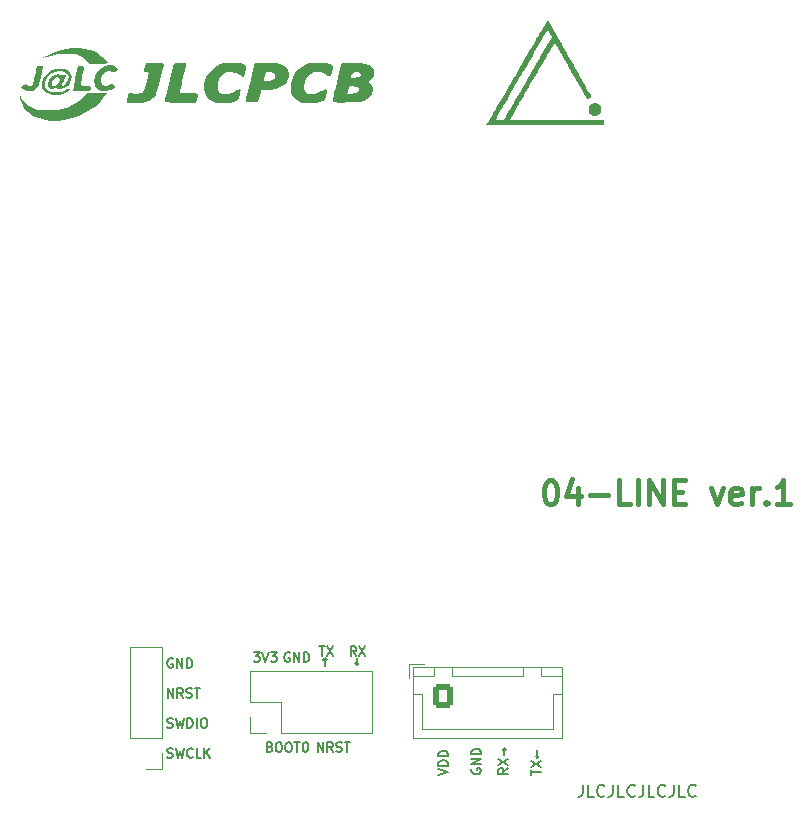
<source format=gbr>
%TF.GenerationSoftware,KiCad,Pcbnew,7.0.9*%
%TF.CreationDate,2024-05-14T12:43:38+09:00*%
%TF.ProjectId,04-line,30342d6c-696e-4652-9e6b-696361645f70,rev?*%
%TF.SameCoordinates,Original*%
%TF.FileFunction,Legend,Top*%
%TF.FilePolarity,Positive*%
%FSLAX46Y46*%
G04 Gerber Fmt 4.6, Leading zero omitted, Abs format (unit mm)*
G04 Created by KiCad (PCBNEW 7.0.9) date 2024-05-14 12:43:38*
%MOMM*%
%LPD*%
G01*
G04 APERTURE LIST*
G04 Aperture macros list*
%AMRoundRect*
0 Rectangle with rounded corners*
0 $1 Rounding radius*
0 $2 $3 $4 $5 $6 $7 $8 $9 X,Y pos of 4 corners*
0 Add a 4 corners polygon primitive as box body*
4,1,4,$2,$3,$4,$5,$6,$7,$8,$9,$2,$3,0*
0 Add four circle primitives for the rounded corners*
1,1,$1+$1,$2,$3*
1,1,$1+$1,$4,$5*
1,1,$1+$1,$6,$7*
1,1,$1+$1,$8,$9*
0 Add four rect primitives between the rounded corners*
20,1,$1+$1,$2,$3,$4,$5,0*
20,1,$1+$1,$4,$5,$6,$7,0*
20,1,$1+$1,$6,$7,$8,$9,0*
20,1,$1+$1,$8,$9,$2,$3,0*%
G04 Aperture macros list end*
%ADD10C,0.150000*%
%ADD11C,0.400000*%
%ADD12C,0.120000*%
%ADD13R,1.700000X1.700000*%
%ADD14O,1.700000X1.700000*%
%ADD15C,3.500000*%
%ADD16RoundRect,0.250000X-0.600000X-0.725000X0.600000X-0.725000X0.600000X0.725000X-0.600000X0.725000X0*%
%ADD17O,1.700000X1.950000*%
%ADD18C,1.524000*%
G04 APERTURE END LIST*
D10*
X67091160Y-149998295D02*
X67091160Y-149198295D01*
X67091160Y-149198295D02*
X67548303Y-149998295D01*
X67548303Y-149998295D02*
X67548303Y-149198295D01*
X68386398Y-149998295D02*
X68119731Y-149617342D01*
X67929255Y-149998295D02*
X67929255Y-149198295D01*
X67929255Y-149198295D02*
X68234017Y-149198295D01*
X68234017Y-149198295D02*
X68310207Y-149236390D01*
X68310207Y-149236390D02*
X68348302Y-149274485D01*
X68348302Y-149274485D02*
X68386398Y-149350676D01*
X68386398Y-149350676D02*
X68386398Y-149464961D01*
X68386398Y-149464961D02*
X68348302Y-149541152D01*
X68348302Y-149541152D02*
X68310207Y-149579247D01*
X68310207Y-149579247D02*
X68234017Y-149617342D01*
X68234017Y-149617342D02*
X67929255Y-149617342D01*
X68691159Y-149960200D02*
X68805445Y-149998295D01*
X68805445Y-149998295D02*
X68995921Y-149998295D01*
X68995921Y-149998295D02*
X69072112Y-149960200D01*
X69072112Y-149960200D02*
X69110207Y-149922104D01*
X69110207Y-149922104D02*
X69148302Y-149845914D01*
X69148302Y-149845914D02*
X69148302Y-149769723D01*
X69148302Y-149769723D02*
X69110207Y-149693533D01*
X69110207Y-149693533D02*
X69072112Y-149655438D01*
X69072112Y-149655438D02*
X68995921Y-149617342D01*
X68995921Y-149617342D02*
X68843540Y-149579247D01*
X68843540Y-149579247D02*
X68767350Y-149541152D01*
X68767350Y-149541152D02*
X68729255Y-149503057D01*
X68729255Y-149503057D02*
X68691159Y-149426866D01*
X68691159Y-149426866D02*
X68691159Y-149350676D01*
X68691159Y-149350676D02*
X68729255Y-149274485D01*
X68729255Y-149274485D02*
X68767350Y-149236390D01*
X68767350Y-149236390D02*
X68843540Y-149198295D01*
X68843540Y-149198295D02*
X69034017Y-149198295D01*
X69034017Y-149198295D02*
X69148302Y-149236390D01*
X69376874Y-149198295D02*
X69834017Y-149198295D01*
X69605445Y-149998295D02*
X69605445Y-149198295D01*
X90026295Y-156543125D02*
X90826295Y-156276458D01*
X90826295Y-156276458D02*
X90026295Y-156009792D01*
X90826295Y-155743125D02*
X90026295Y-155743125D01*
X90026295Y-155743125D02*
X90026295Y-155552649D01*
X90026295Y-155552649D02*
X90064390Y-155438363D01*
X90064390Y-155438363D02*
X90140580Y-155362173D01*
X90140580Y-155362173D02*
X90216771Y-155324078D01*
X90216771Y-155324078D02*
X90369152Y-155285982D01*
X90369152Y-155285982D02*
X90483438Y-155285982D01*
X90483438Y-155285982D02*
X90635819Y-155324078D01*
X90635819Y-155324078D02*
X90712009Y-155362173D01*
X90712009Y-155362173D02*
X90788200Y-155438363D01*
X90788200Y-155438363D02*
X90826295Y-155552649D01*
X90826295Y-155552649D02*
X90826295Y-155743125D01*
X90826295Y-154943125D02*
X90026295Y-154943125D01*
X90026295Y-154943125D02*
X90026295Y-154752649D01*
X90026295Y-154752649D02*
X90064390Y-154638363D01*
X90064390Y-154638363D02*
X90140580Y-154562173D01*
X90140580Y-154562173D02*
X90216771Y-154524078D01*
X90216771Y-154524078D02*
X90369152Y-154485982D01*
X90369152Y-154485982D02*
X90483438Y-154485982D01*
X90483438Y-154485982D02*
X90635819Y-154524078D01*
X90635819Y-154524078D02*
X90712009Y-154562173D01*
X90712009Y-154562173D02*
X90788200Y-154638363D01*
X90788200Y-154638363D02*
X90826295Y-154752649D01*
X90826295Y-154752649D02*
X90826295Y-154943125D01*
X95906295Y-155971696D02*
X95525342Y-156238363D01*
X95906295Y-156428839D02*
X95106295Y-156428839D01*
X95106295Y-156428839D02*
X95106295Y-156124077D01*
X95106295Y-156124077D02*
X95144390Y-156047887D01*
X95144390Y-156047887D02*
X95182485Y-156009792D01*
X95182485Y-156009792D02*
X95258676Y-155971696D01*
X95258676Y-155971696D02*
X95372961Y-155971696D01*
X95372961Y-155971696D02*
X95449152Y-156009792D01*
X95449152Y-156009792D02*
X95487247Y-156047887D01*
X95487247Y-156047887D02*
X95525342Y-156124077D01*
X95525342Y-156124077D02*
X95525342Y-156428839D01*
X95106295Y-155705030D02*
X95906295Y-155171696D01*
X95106295Y-155171696D02*
X95906295Y-155705030D01*
X95601533Y-154866934D02*
X95601533Y-154257411D01*
X95753914Y-154409791D02*
X95601533Y-154257411D01*
X95601533Y-154257411D02*
X95449152Y-154409791D01*
X83042303Y-146452295D02*
X82775636Y-146071342D01*
X82585160Y-146452295D02*
X82585160Y-145652295D01*
X82585160Y-145652295D02*
X82889922Y-145652295D01*
X82889922Y-145652295D02*
X82966112Y-145690390D01*
X82966112Y-145690390D02*
X83004207Y-145728485D01*
X83004207Y-145728485D02*
X83042303Y-145804676D01*
X83042303Y-145804676D02*
X83042303Y-145918961D01*
X83042303Y-145918961D02*
X83004207Y-145995152D01*
X83004207Y-145995152D02*
X82966112Y-146033247D01*
X82966112Y-146033247D02*
X82889922Y-146071342D01*
X82889922Y-146071342D02*
X82585160Y-146071342D01*
X83308969Y-145652295D02*
X83842303Y-146452295D01*
X83842303Y-145652295D02*
X83308969Y-146452295D01*
D11*
X99418299Y-131592438D02*
X99608776Y-131592438D01*
X99608776Y-131592438D02*
X99799252Y-131687676D01*
X99799252Y-131687676D02*
X99894490Y-131782914D01*
X99894490Y-131782914D02*
X99989728Y-131973390D01*
X99989728Y-131973390D02*
X100084966Y-132354342D01*
X100084966Y-132354342D02*
X100084966Y-132830533D01*
X100084966Y-132830533D02*
X99989728Y-133211485D01*
X99989728Y-133211485D02*
X99894490Y-133401961D01*
X99894490Y-133401961D02*
X99799252Y-133497200D01*
X99799252Y-133497200D02*
X99608776Y-133592438D01*
X99608776Y-133592438D02*
X99418299Y-133592438D01*
X99418299Y-133592438D02*
X99227823Y-133497200D01*
X99227823Y-133497200D02*
X99132585Y-133401961D01*
X99132585Y-133401961D02*
X99037347Y-133211485D01*
X99037347Y-133211485D02*
X98942109Y-132830533D01*
X98942109Y-132830533D02*
X98942109Y-132354342D01*
X98942109Y-132354342D02*
X99037347Y-131973390D01*
X99037347Y-131973390D02*
X99132585Y-131782914D01*
X99132585Y-131782914D02*
X99227823Y-131687676D01*
X99227823Y-131687676D02*
X99418299Y-131592438D01*
X101799252Y-132259104D02*
X101799252Y-133592438D01*
X101323061Y-131497200D02*
X100846871Y-132925771D01*
X100846871Y-132925771D02*
X102084966Y-132925771D01*
X102846871Y-132830533D02*
X104370681Y-132830533D01*
X106275442Y-133592438D02*
X105323061Y-133592438D01*
X105323061Y-133592438D02*
X105323061Y-131592438D01*
X106942109Y-133592438D02*
X106942109Y-131592438D01*
X107894490Y-133592438D02*
X107894490Y-131592438D01*
X107894490Y-131592438D02*
X109037347Y-133592438D01*
X109037347Y-133592438D02*
X109037347Y-131592438D01*
X109989728Y-132544819D02*
X110656395Y-132544819D01*
X110942109Y-133592438D02*
X109989728Y-133592438D01*
X109989728Y-133592438D02*
X109989728Y-131592438D01*
X109989728Y-131592438D02*
X110942109Y-131592438D01*
X113132586Y-132259104D02*
X113608776Y-133592438D01*
X113608776Y-133592438D02*
X114084967Y-132259104D01*
X115608777Y-133497200D02*
X115418301Y-133592438D01*
X115418301Y-133592438D02*
X115037348Y-133592438D01*
X115037348Y-133592438D02*
X114846872Y-133497200D01*
X114846872Y-133497200D02*
X114751634Y-133306723D01*
X114751634Y-133306723D02*
X114751634Y-132544819D01*
X114751634Y-132544819D02*
X114846872Y-132354342D01*
X114846872Y-132354342D02*
X115037348Y-132259104D01*
X115037348Y-132259104D02*
X115418301Y-132259104D01*
X115418301Y-132259104D02*
X115608777Y-132354342D01*
X115608777Y-132354342D02*
X115704015Y-132544819D01*
X115704015Y-132544819D02*
X115704015Y-132735295D01*
X115704015Y-132735295D02*
X114751634Y-132925771D01*
X116561158Y-133592438D02*
X116561158Y-132259104D01*
X116561158Y-132640057D02*
X116656396Y-132449580D01*
X116656396Y-132449580D02*
X116751634Y-132354342D01*
X116751634Y-132354342D02*
X116942110Y-132259104D01*
X116942110Y-132259104D02*
X117132587Y-132259104D01*
X117799253Y-133401961D02*
X117894491Y-133497200D01*
X117894491Y-133497200D02*
X117799253Y-133592438D01*
X117799253Y-133592438D02*
X117704015Y-133497200D01*
X117704015Y-133497200D02*
X117799253Y-133401961D01*
X117799253Y-133401961D02*
X117799253Y-133592438D01*
X119799253Y-133592438D02*
X118656396Y-133592438D01*
X119227824Y-133592438D02*
X119227824Y-131592438D01*
X119227824Y-131592438D02*
X119037348Y-131878152D01*
X119037348Y-131878152D02*
X118846872Y-132068628D01*
X118846872Y-132068628D02*
X118656396Y-132163866D01*
D10*
X102222493Y-157365819D02*
X102222493Y-158080104D01*
X102222493Y-158080104D02*
X102174874Y-158222961D01*
X102174874Y-158222961D02*
X102079636Y-158318200D01*
X102079636Y-158318200D02*
X101936779Y-158365819D01*
X101936779Y-158365819D02*
X101841541Y-158365819D01*
X103174874Y-158365819D02*
X102698684Y-158365819D01*
X102698684Y-158365819D02*
X102698684Y-157365819D01*
X104079636Y-158270580D02*
X104032017Y-158318200D01*
X104032017Y-158318200D02*
X103889160Y-158365819D01*
X103889160Y-158365819D02*
X103793922Y-158365819D01*
X103793922Y-158365819D02*
X103651065Y-158318200D01*
X103651065Y-158318200D02*
X103555827Y-158222961D01*
X103555827Y-158222961D02*
X103508208Y-158127723D01*
X103508208Y-158127723D02*
X103460589Y-157937247D01*
X103460589Y-157937247D02*
X103460589Y-157794390D01*
X103460589Y-157794390D02*
X103508208Y-157603914D01*
X103508208Y-157603914D02*
X103555827Y-157508676D01*
X103555827Y-157508676D02*
X103651065Y-157413438D01*
X103651065Y-157413438D02*
X103793922Y-157365819D01*
X103793922Y-157365819D02*
X103889160Y-157365819D01*
X103889160Y-157365819D02*
X104032017Y-157413438D01*
X104032017Y-157413438D02*
X104079636Y-157461057D01*
X104793922Y-157365819D02*
X104793922Y-158080104D01*
X104793922Y-158080104D02*
X104746303Y-158222961D01*
X104746303Y-158222961D02*
X104651065Y-158318200D01*
X104651065Y-158318200D02*
X104508208Y-158365819D01*
X104508208Y-158365819D02*
X104412970Y-158365819D01*
X105746303Y-158365819D02*
X105270113Y-158365819D01*
X105270113Y-158365819D02*
X105270113Y-157365819D01*
X106651065Y-158270580D02*
X106603446Y-158318200D01*
X106603446Y-158318200D02*
X106460589Y-158365819D01*
X106460589Y-158365819D02*
X106365351Y-158365819D01*
X106365351Y-158365819D02*
X106222494Y-158318200D01*
X106222494Y-158318200D02*
X106127256Y-158222961D01*
X106127256Y-158222961D02*
X106079637Y-158127723D01*
X106079637Y-158127723D02*
X106032018Y-157937247D01*
X106032018Y-157937247D02*
X106032018Y-157794390D01*
X106032018Y-157794390D02*
X106079637Y-157603914D01*
X106079637Y-157603914D02*
X106127256Y-157508676D01*
X106127256Y-157508676D02*
X106222494Y-157413438D01*
X106222494Y-157413438D02*
X106365351Y-157365819D01*
X106365351Y-157365819D02*
X106460589Y-157365819D01*
X106460589Y-157365819D02*
X106603446Y-157413438D01*
X106603446Y-157413438D02*
X106651065Y-157461057D01*
X107365351Y-157365819D02*
X107365351Y-158080104D01*
X107365351Y-158080104D02*
X107317732Y-158222961D01*
X107317732Y-158222961D02*
X107222494Y-158318200D01*
X107222494Y-158318200D02*
X107079637Y-158365819D01*
X107079637Y-158365819D02*
X106984399Y-158365819D01*
X108317732Y-158365819D02*
X107841542Y-158365819D01*
X107841542Y-158365819D02*
X107841542Y-157365819D01*
X109222494Y-158270580D02*
X109174875Y-158318200D01*
X109174875Y-158318200D02*
X109032018Y-158365819D01*
X109032018Y-158365819D02*
X108936780Y-158365819D01*
X108936780Y-158365819D02*
X108793923Y-158318200D01*
X108793923Y-158318200D02*
X108698685Y-158222961D01*
X108698685Y-158222961D02*
X108651066Y-158127723D01*
X108651066Y-158127723D02*
X108603447Y-157937247D01*
X108603447Y-157937247D02*
X108603447Y-157794390D01*
X108603447Y-157794390D02*
X108651066Y-157603914D01*
X108651066Y-157603914D02*
X108698685Y-157508676D01*
X108698685Y-157508676D02*
X108793923Y-157413438D01*
X108793923Y-157413438D02*
X108936780Y-157365819D01*
X108936780Y-157365819D02*
X109032018Y-157365819D01*
X109032018Y-157365819D02*
X109174875Y-157413438D01*
X109174875Y-157413438D02*
X109222494Y-157461057D01*
X109936780Y-157365819D02*
X109936780Y-158080104D01*
X109936780Y-158080104D02*
X109889161Y-158222961D01*
X109889161Y-158222961D02*
X109793923Y-158318200D01*
X109793923Y-158318200D02*
X109651066Y-158365819D01*
X109651066Y-158365819D02*
X109555828Y-158365819D01*
X110889161Y-158365819D02*
X110412971Y-158365819D01*
X110412971Y-158365819D02*
X110412971Y-157365819D01*
X111793923Y-158270580D02*
X111746304Y-158318200D01*
X111746304Y-158318200D02*
X111603447Y-158365819D01*
X111603447Y-158365819D02*
X111508209Y-158365819D01*
X111508209Y-158365819D02*
X111365352Y-158318200D01*
X111365352Y-158318200D02*
X111270114Y-158222961D01*
X111270114Y-158222961D02*
X111222495Y-158127723D01*
X111222495Y-158127723D02*
X111174876Y-157937247D01*
X111174876Y-157937247D02*
X111174876Y-157794390D01*
X111174876Y-157794390D02*
X111222495Y-157603914D01*
X111222495Y-157603914D02*
X111270114Y-157508676D01*
X111270114Y-157508676D02*
X111365352Y-157413438D01*
X111365352Y-157413438D02*
X111508209Y-157365819D01*
X111508209Y-157365819D02*
X111603447Y-157365819D01*
X111603447Y-157365819D02*
X111746304Y-157413438D01*
X111746304Y-157413438D02*
X111793923Y-157461057D01*
X67510207Y-146696390D02*
X67434017Y-146658295D01*
X67434017Y-146658295D02*
X67319731Y-146658295D01*
X67319731Y-146658295D02*
X67205445Y-146696390D01*
X67205445Y-146696390D02*
X67129255Y-146772580D01*
X67129255Y-146772580D02*
X67091160Y-146848771D01*
X67091160Y-146848771D02*
X67053064Y-147001152D01*
X67053064Y-147001152D02*
X67053064Y-147115438D01*
X67053064Y-147115438D02*
X67091160Y-147267819D01*
X67091160Y-147267819D02*
X67129255Y-147344009D01*
X67129255Y-147344009D02*
X67205445Y-147420200D01*
X67205445Y-147420200D02*
X67319731Y-147458295D01*
X67319731Y-147458295D02*
X67395922Y-147458295D01*
X67395922Y-147458295D02*
X67510207Y-147420200D01*
X67510207Y-147420200D02*
X67548303Y-147382104D01*
X67548303Y-147382104D02*
X67548303Y-147115438D01*
X67548303Y-147115438D02*
X67395922Y-147115438D01*
X67891160Y-147458295D02*
X67891160Y-146658295D01*
X67891160Y-146658295D02*
X68348303Y-147458295D01*
X68348303Y-147458295D02*
X68348303Y-146658295D01*
X68729255Y-147458295D02*
X68729255Y-146658295D01*
X68729255Y-146658295D02*
X68919731Y-146658295D01*
X68919731Y-146658295D02*
X69034017Y-146696390D01*
X69034017Y-146696390D02*
X69110207Y-146772580D01*
X69110207Y-146772580D02*
X69148302Y-146848771D01*
X69148302Y-146848771D02*
X69186398Y-147001152D01*
X69186398Y-147001152D02*
X69186398Y-147115438D01*
X69186398Y-147115438D02*
X69148302Y-147267819D01*
X69148302Y-147267819D02*
X69110207Y-147344009D01*
X69110207Y-147344009D02*
X69034017Y-147420200D01*
X69034017Y-147420200D02*
X68919731Y-147458295D01*
X68919731Y-147458295D02*
X68729255Y-147458295D01*
X74380969Y-146160295D02*
X74876207Y-146160295D01*
X74876207Y-146160295D02*
X74609541Y-146465057D01*
X74609541Y-146465057D02*
X74723826Y-146465057D01*
X74723826Y-146465057D02*
X74800017Y-146503152D01*
X74800017Y-146503152D02*
X74838112Y-146541247D01*
X74838112Y-146541247D02*
X74876207Y-146617438D01*
X74876207Y-146617438D02*
X74876207Y-146807914D01*
X74876207Y-146807914D02*
X74838112Y-146884104D01*
X74838112Y-146884104D02*
X74800017Y-146922200D01*
X74800017Y-146922200D02*
X74723826Y-146960295D01*
X74723826Y-146960295D02*
X74495255Y-146960295D01*
X74495255Y-146960295D02*
X74419064Y-146922200D01*
X74419064Y-146922200D02*
X74380969Y-146884104D01*
X75104779Y-146160295D02*
X75371446Y-146960295D01*
X75371446Y-146960295D02*
X75638112Y-146160295D01*
X75828588Y-146160295D02*
X76323826Y-146160295D01*
X76323826Y-146160295D02*
X76057160Y-146465057D01*
X76057160Y-146465057D02*
X76171445Y-146465057D01*
X76171445Y-146465057D02*
X76247636Y-146503152D01*
X76247636Y-146503152D02*
X76285731Y-146541247D01*
X76285731Y-146541247D02*
X76323826Y-146617438D01*
X76323826Y-146617438D02*
X76323826Y-146807914D01*
X76323826Y-146807914D02*
X76285731Y-146884104D01*
X76285731Y-146884104D02*
X76247636Y-146922200D01*
X76247636Y-146922200D02*
X76171445Y-146960295D01*
X76171445Y-146960295D02*
X75942874Y-146960295D01*
X75942874Y-146960295D02*
X75866683Y-146922200D01*
X75866683Y-146922200D02*
X75828588Y-146884104D01*
X97900295Y-156543125D02*
X97900295Y-156085982D01*
X98700295Y-156314554D02*
X97900295Y-156314554D01*
X97900295Y-155895506D02*
X98700295Y-155362172D01*
X97900295Y-155362172D02*
X98700295Y-155895506D01*
X98395533Y-154447887D02*
X98395533Y-155057410D01*
X98547914Y-154905029D02*
X98395533Y-155057410D01*
X98395533Y-155057410D02*
X98243152Y-154905029D01*
X67053064Y-155040200D02*
X67167350Y-155078295D01*
X67167350Y-155078295D02*
X67357826Y-155078295D01*
X67357826Y-155078295D02*
X67434017Y-155040200D01*
X67434017Y-155040200D02*
X67472112Y-155002104D01*
X67472112Y-155002104D02*
X67510207Y-154925914D01*
X67510207Y-154925914D02*
X67510207Y-154849723D01*
X67510207Y-154849723D02*
X67472112Y-154773533D01*
X67472112Y-154773533D02*
X67434017Y-154735438D01*
X67434017Y-154735438D02*
X67357826Y-154697342D01*
X67357826Y-154697342D02*
X67205445Y-154659247D01*
X67205445Y-154659247D02*
X67129255Y-154621152D01*
X67129255Y-154621152D02*
X67091160Y-154583057D01*
X67091160Y-154583057D02*
X67053064Y-154506866D01*
X67053064Y-154506866D02*
X67053064Y-154430676D01*
X67053064Y-154430676D02*
X67091160Y-154354485D01*
X67091160Y-154354485D02*
X67129255Y-154316390D01*
X67129255Y-154316390D02*
X67205445Y-154278295D01*
X67205445Y-154278295D02*
X67395922Y-154278295D01*
X67395922Y-154278295D02*
X67510207Y-154316390D01*
X67776874Y-154278295D02*
X67967350Y-155078295D01*
X67967350Y-155078295D02*
X68119731Y-154506866D01*
X68119731Y-154506866D02*
X68272112Y-155078295D01*
X68272112Y-155078295D02*
X68462589Y-154278295D01*
X69224494Y-155002104D02*
X69186398Y-155040200D01*
X69186398Y-155040200D02*
X69072113Y-155078295D01*
X69072113Y-155078295D02*
X68995922Y-155078295D01*
X68995922Y-155078295D02*
X68881636Y-155040200D01*
X68881636Y-155040200D02*
X68805446Y-154964009D01*
X68805446Y-154964009D02*
X68767351Y-154887819D01*
X68767351Y-154887819D02*
X68729255Y-154735438D01*
X68729255Y-154735438D02*
X68729255Y-154621152D01*
X68729255Y-154621152D02*
X68767351Y-154468771D01*
X68767351Y-154468771D02*
X68805446Y-154392580D01*
X68805446Y-154392580D02*
X68881636Y-154316390D01*
X68881636Y-154316390D02*
X68995922Y-154278295D01*
X68995922Y-154278295D02*
X69072113Y-154278295D01*
X69072113Y-154278295D02*
X69186398Y-154316390D01*
X69186398Y-154316390D02*
X69224494Y-154354485D01*
X69948303Y-155078295D02*
X69567351Y-155078295D01*
X69567351Y-155078295D02*
X69567351Y-154278295D01*
X70214970Y-155078295D02*
X70214970Y-154278295D01*
X70672113Y-155078295D02*
X70329255Y-154621152D01*
X70672113Y-154278295D02*
X70214970Y-154735438D01*
X92858390Y-156009792D02*
X92820295Y-156085982D01*
X92820295Y-156085982D02*
X92820295Y-156200268D01*
X92820295Y-156200268D02*
X92858390Y-156314554D01*
X92858390Y-156314554D02*
X92934580Y-156390744D01*
X92934580Y-156390744D02*
X93010771Y-156428839D01*
X93010771Y-156428839D02*
X93163152Y-156466935D01*
X93163152Y-156466935D02*
X93277438Y-156466935D01*
X93277438Y-156466935D02*
X93429819Y-156428839D01*
X93429819Y-156428839D02*
X93506009Y-156390744D01*
X93506009Y-156390744D02*
X93582200Y-156314554D01*
X93582200Y-156314554D02*
X93620295Y-156200268D01*
X93620295Y-156200268D02*
X93620295Y-156124077D01*
X93620295Y-156124077D02*
X93582200Y-156009792D01*
X93582200Y-156009792D02*
X93544104Y-155971696D01*
X93544104Y-155971696D02*
X93277438Y-155971696D01*
X93277438Y-155971696D02*
X93277438Y-156124077D01*
X93620295Y-155628839D02*
X92820295Y-155628839D01*
X92820295Y-155628839D02*
X93620295Y-155171696D01*
X93620295Y-155171696D02*
X92820295Y-155171696D01*
X93620295Y-154790744D02*
X92820295Y-154790744D01*
X92820295Y-154790744D02*
X92820295Y-154600268D01*
X92820295Y-154600268D02*
X92858390Y-154485982D01*
X92858390Y-154485982D02*
X92934580Y-154409792D01*
X92934580Y-154409792D02*
X93010771Y-154371697D01*
X93010771Y-154371697D02*
X93163152Y-154333601D01*
X93163152Y-154333601D02*
X93277438Y-154333601D01*
X93277438Y-154333601D02*
X93429819Y-154371697D01*
X93429819Y-154371697D02*
X93506009Y-154409792D01*
X93506009Y-154409792D02*
X93582200Y-154485982D01*
X93582200Y-154485982D02*
X93620295Y-154600268D01*
X93620295Y-154600268D02*
X93620295Y-154790744D01*
X80432077Y-147273228D02*
X80432077Y-146663704D01*
X80279696Y-146816085D02*
X80432077Y-146663704D01*
X80432077Y-146663704D02*
X80584458Y-146816085D01*
X83143922Y-146604771D02*
X83143922Y-147214295D01*
X83296303Y-147061914D02*
X83143922Y-147214295D01*
X83143922Y-147214295D02*
X82991541Y-147061914D01*
X67053064Y-152500200D02*
X67167350Y-152538295D01*
X67167350Y-152538295D02*
X67357826Y-152538295D01*
X67357826Y-152538295D02*
X67434017Y-152500200D01*
X67434017Y-152500200D02*
X67472112Y-152462104D01*
X67472112Y-152462104D02*
X67510207Y-152385914D01*
X67510207Y-152385914D02*
X67510207Y-152309723D01*
X67510207Y-152309723D02*
X67472112Y-152233533D01*
X67472112Y-152233533D02*
X67434017Y-152195438D01*
X67434017Y-152195438D02*
X67357826Y-152157342D01*
X67357826Y-152157342D02*
X67205445Y-152119247D01*
X67205445Y-152119247D02*
X67129255Y-152081152D01*
X67129255Y-152081152D02*
X67091160Y-152043057D01*
X67091160Y-152043057D02*
X67053064Y-151966866D01*
X67053064Y-151966866D02*
X67053064Y-151890676D01*
X67053064Y-151890676D02*
X67091160Y-151814485D01*
X67091160Y-151814485D02*
X67129255Y-151776390D01*
X67129255Y-151776390D02*
X67205445Y-151738295D01*
X67205445Y-151738295D02*
X67395922Y-151738295D01*
X67395922Y-151738295D02*
X67510207Y-151776390D01*
X67776874Y-151738295D02*
X67967350Y-152538295D01*
X67967350Y-152538295D02*
X68119731Y-151966866D01*
X68119731Y-151966866D02*
X68272112Y-152538295D01*
X68272112Y-152538295D02*
X68462589Y-151738295D01*
X68767351Y-152538295D02*
X68767351Y-151738295D01*
X68767351Y-151738295D02*
X68957827Y-151738295D01*
X68957827Y-151738295D02*
X69072113Y-151776390D01*
X69072113Y-151776390D02*
X69148303Y-151852580D01*
X69148303Y-151852580D02*
X69186398Y-151928771D01*
X69186398Y-151928771D02*
X69224494Y-152081152D01*
X69224494Y-152081152D02*
X69224494Y-152195438D01*
X69224494Y-152195438D02*
X69186398Y-152347819D01*
X69186398Y-152347819D02*
X69148303Y-152424009D01*
X69148303Y-152424009D02*
X69072113Y-152500200D01*
X69072113Y-152500200D02*
X68957827Y-152538295D01*
X68957827Y-152538295D02*
X68767351Y-152538295D01*
X69567351Y-152538295D02*
X69567351Y-151738295D01*
X70100684Y-151738295D02*
X70253065Y-151738295D01*
X70253065Y-151738295D02*
X70329255Y-151776390D01*
X70329255Y-151776390D02*
X70405446Y-151852580D01*
X70405446Y-151852580D02*
X70443541Y-152004961D01*
X70443541Y-152004961D02*
X70443541Y-152271628D01*
X70443541Y-152271628D02*
X70405446Y-152424009D01*
X70405446Y-152424009D02*
X70329255Y-152500200D01*
X70329255Y-152500200D02*
X70253065Y-152538295D01*
X70253065Y-152538295D02*
X70100684Y-152538295D01*
X70100684Y-152538295D02*
X70024493Y-152500200D01*
X70024493Y-152500200D02*
X69948303Y-152424009D01*
X69948303Y-152424009D02*
X69910207Y-152271628D01*
X69910207Y-152271628D02*
X69910207Y-152004961D01*
X69910207Y-152004961D02*
X69948303Y-151852580D01*
X69948303Y-151852580D02*
X70024493Y-151776390D01*
X70024493Y-151776390D02*
X70100684Y-151738295D01*
X77416207Y-146198390D02*
X77340017Y-146160295D01*
X77340017Y-146160295D02*
X77225731Y-146160295D01*
X77225731Y-146160295D02*
X77111445Y-146198390D01*
X77111445Y-146198390D02*
X77035255Y-146274580D01*
X77035255Y-146274580D02*
X76997160Y-146350771D01*
X76997160Y-146350771D02*
X76959064Y-146503152D01*
X76959064Y-146503152D02*
X76959064Y-146617438D01*
X76959064Y-146617438D02*
X76997160Y-146769819D01*
X76997160Y-146769819D02*
X77035255Y-146846009D01*
X77035255Y-146846009D02*
X77111445Y-146922200D01*
X77111445Y-146922200D02*
X77225731Y-146960295D01*
X77225731Y-146960295D02*
X77301922Y-146960295D01*
X77301922Y-146960295D02*
X77416207Y-146922200D01*
X77416207Y-146922200D02*
X77454303Y-146884104D01*
X77454303Y-146884104D02*
X77454303Y-146617438D01*
X77454303Y-146617438D02*
X77301922Y-146617438D01*
X77797160Y-146960295D02*
X77797160Y-146160295D01*
X77797160Y-146160295D02*
X78254303Y-146960295D01*
X78254303Y-146960295D02*
X78254303Y-146160295D01*
X78635255Y-146960295D02*
X78635255Y-146160295D01*
X78635255Y-146160295D02*
X78825731Y-146160295D01*
X78825731Y-146160295D02*
X78940017Y-146198390D01*
X78940017Y-146198390D02*
X79016207Y-146274580D01*
X79016207Y-146274580D02*
X79054302Y-146350771D01*
X79054302Y-146350771D02*
X79092398Y-146503152D01*
X79092398Y-146503152D02*
X79092398Y-146617438D01*
X79092398Y-146617438D02*
X79054302Y-146769819D01*
X79054302Y-146769819D02*
X79016207Y-146846009D01*
X79016207Y-146846009D02*
X78940017Y-146922200D01*
X78940017Y-146922200D02*
X78825731Y-146960295D01*
X78825731Y-146960295D02*
X78635255Y-146960295D01*
X79930874Y-145652295D02*
X80388017Y-145652295D01*
X80159445Y-146452295D02*
X80159445Y-145652295D01*
X80578493Y-145652295D02*
X81111827Y-146452295D01*
X81111827Y-145652295D02*
X80578493Y-146452295D01*
X79791160Y-154580295D02*
X79791160Y-153780295D01*
X79791160Y-153780295D02*
X80248303Y-154580295D01*
X80248303Y-154580295D02*
X80248303Y-153780295D01*
X81086398Y-154580295D02*
X80819731Y-154199342D01*
X80629255Y-154580295D02*
X80629255Y-153780295D01*
X80629255Y-153780295D02*
X80934017Y-153780295D01*
X80934017Y-153780295D02*
X81010207Y-153818390D01*
X81010207Y-153818390D02*
X81048302Y-153856485D01*
X81048302Y-153856485D02*
X81086398Y-153932676D01*
X81086398Y-153932676D02*
X81086398Y-154046961D01*
X81086398Y-154046961D02*
X81048302Y-154123152D01*
X81048302Y-154123152D02*
X81010207Y-154161247D01*
X81010207Y-154161247D02*
X80934017Y-154199342D01*
X80934017Y-154199342D02*
X80629255Y-154199342D01*
X81391159Y-154542200D02*
X81505445Y-154580295D01*
X81505445Y-154580295D02*
X81695921Y-154580295D01*
X81695921Y-154580295D02*
X81772112Y-154542200D01*
X81772112Y-154542200D02*
X81810207Y-154504104D01*
X81810207Y-154504104D02*
X81848302Y-154427914D01*
X81848302Y-154427914D02*
X81848302Y-154351723D01*
X81848302Y-154351723D02*
X81810207Y-154275533D01*
X81810207Y-154275533D02*
X81772112Y-154237438D01*
X81772112Y-154237438D02*
X81695921Y-154199342D01*
X81695921Y-154199342D02*
X81543540Y-154161247D01*
X81543540Y-154161247D02*
X81467350Y-154123152D01*
X81467350Y-154123152D02*
X81429255Y-154085057D01*
X81429255Y-154085057D02*
X81391159Y-154008866D01*
X81391159Y-154008866D02*
X81391159Y-153932676D01*
X81391159Y-153932676D02*
X81429255Y-153856485D01*
X81429255Y-153856485D02*
X81467350Y-153818390D01*
X81467350Y-153818390D02*
X81543540Y-153780295D01*
X81543540Y-153780295D02*
X81734017Y-153780295D01*
X81734017Y-153780295D02*
X81848302Y-153818390D01*
X82076874Y-153780295D02*
X82534017Y-153780295D01*
X82305445Y-154580295D02*
X82305445Y-153780295D01*
X75739826Y-154161247D02*
X75854112Y-154199342D01*
X75854112Y-154199342D02*
X75892207Y-154237438D01*
X75892207Y-154237438D02*
X75930303Y-154313628D01*
X75930303Y-154313628D02*
X75930303Y-154427914D01*
X75930303Y-154427914D02*
X75892207Y-154504104D01*
X75892207Y-154504104D02*
X75854112Y-154542200D01*
X75854112Y-154542200D02*
X75777922Y-154580295D01*
X75777922Y-154580295D02*
X75473160Y-154580295D01*
X75473160Y-154580295D02*
X75473160Y-153780295D01*
X75473160Y-153780295D02*
X75739826Y-153780295D01*
X75739826Y-153780295D02*
X75816017Y-153818390D01*
X75816017Y-153818390D02*
X75854112Y-153856485D01*
X75854112Y-153856485D02*
X75892207Y-153932676D01*
X75892207Y-153932676D02*
X75892207Y-154008866D01*
X75892207Y-154008866D02*
X75854112Y-154085057D01*
X75854112Y-154085057D02*
X75816017Y-154123152D01*
X75816017Y-154123152D02*
X75739826Y-154161247D01*
X75739826Y-154161247D02*
X75473160Y-154161247D01*
X76425541Y-153780295D02*
X76577922Y-153780295D01*
X76577922Y-153780295D02*
X76654112Y-153818390D01*
X76654112Y-153818390D02*
X76730303Y-153894580D01*
X76730303Y-153894580D02*
X76768398Y-154046961D01*
X76768398Y-154046961D02*
X76768398Y-154313628D01*
X76768398Y-154313628D02*
X76730303Y-154466009D01*
X76730303Y-154466009D02*
X76654112Y-154542200D01*
X76654112Y-154542200D02*
X76577922Y-154580295D01*
X76577922Y-154580295D02*
X76425541Y-154580295D01*
X76425541Y-154580295D02*
X76349350Y-154542200D01*
X76349350Y-154542200D02*
X76273160Y-154466009D01*
X76273160Y-154466009D02*
X76235064Y-154313628D01*
X76235064Y-154313628D02*
X76235064Y-154046961D01*
X76235064Y-154046961D02*
X76273160Y-153894580D01*
X76273160Y-153894580D02*
X76349350Y-153818390D01*
X76349350Y-153818390D02*
X76425541Y-153780295D01*
X77263636Y-153780295D02*
X77416017Y-153780295D01*
X77416017Y-153780295D02*
X77492207Y-153818390D01*
X77492207Y-153818390D02*
X77568398Y-153894580D01*
X77568398Y-153894580D02*
X77606493Y-154046961D01*
X77606493Y-154046961D02*
X77606493Y-154313628D01*
X77606493Y-154313628D02*
X77568398Y-154466009D01*
X77568398Y-154466009D02*
X77492207Y-154542200D01*
X77492207Y-154542200D02*
X77416017Y-154580295D01*
X77416017Y-154580295D02*
X77263636Y-154580295D01*
X77263636Y-154580295D02*
X77187445Y-154542200D01*
X77187445Y-154542200D02*
X77111255Y-154466009D01*
X77111255Y-154466009D02*
X77073159Y-154313628D01*
X77073159Y-154313628D02*
X77073159Y-154046961D01*
X77073159Y-154046961D02*
X77111255Y-153894580D01*
X77111255Y-153894580D02*
X77187445Y-153818390D01*
X77187445Y-153818390D02*
X77263636Y-153780295D01*
X77835064Y-153780295D02*
X78292207Y-153780295D01*
X78063635Y-154580295D02*
X78063635Y-153780295D01*
X78711255Y-153780295D02*
X78787445Y-153780295D01*
X78787445Y-153780295D02*
X78863636Y-153818390D01*
X78863636Y-153818390D02*
X78901731Y-153856485D01*
X78901731Y-153856485D02*
X78939826Y-153932676D01*
X78939826Y-153932676D02*
X78977921Y-154085057D01*
X78977921Y-154085057D02*
X78977921Y-154275533D01*
X78977921Y-154275533D02*
X78939826Y-154427914D01*
X78939826Y-154427914D02*
X78901731Y-154504104D01*
X78901731Y-154504104D02*
X78863636Y-154542200D01*
X78863636Y-154542200D02*
X78787445Y-154580295D01*
X78787445Y-154580295D02*
X78711255Y-154580295D01*
X78711255Y-154580295D02*
X78635064Y-154542200D01*
X78635064Y-154542200D02*
X78596969Y-154504104D01*
X78596969Y-154504104D02*
X78558874Y-154427914D01*
X78558874Y-154427914D02*
X78520778Y-154275533D01*
X78520778Y-154275533D02*
X78520778Y-154085057D01*
X78520778Y-154085057D02*
X78558874Y-153932676D01*
X78558874Y-153932676D02*
X78596969Y-153856485D01*
X78596969Y-153856485D02*
X78635064Y-153818390D01*
X78635064Y-153818390D02*
X78711255Y-153780295D01*
D12*
%TO.C,J4*%
X74108000Y-152968000D02*
X74108000Y-151638000D01*
X75438000Y-152968000D02*
X74108000Y-152968000D01*
X76708000Y-152968000D02*
X84388000Y-152968000D01*
X76708000Y-152968000D02*
X76708000Y-150368000D01*
X84388000Y-152968000D02*
X84388000Y-147768000D01*
X74108000Y-150368000D02*
X74108000Y-147768000D01*
X76708000Y-150368000D02*
X74108000Y-150368000D01*
X74108000Y-147768000D02*
X84388000Y-147768000D01*
%TO.C,J1*%
X66608000Y-156006000D02*
X65278000Y-156006000D01*
X66608000Y-154676000D02*
X66608000Y-156006000D01*
X66608000Y-153406000D02*
X66608000Y-145726000D01*
X66608000Y-153406000D02*
X63948000Y-153406000D01*
X66608000Y-145726000D02*
X63948000Y-145726000D01*
X63948000Y-153406000D02*
X63948000Y-145726000D01*
%TO.C,G\u002A\u002A\u002A*%
G36*
X60125869Y-95031480D02*
G01*
X60494734Y-95114634D01*
X60859225Y-95251166D01*
X60994637Y-95313858D01*
X61164853Y-95413679D01*
X61363700Y-95556799D01*
X61569516Y-95724020D01*
X61760636Y-95896142D01*
X61915396Y-96053965D01*
X62012134Y-96178292D01*
X62033728Y-96234741D01*
X62010010Y-96266863D01*
X61928899Y-96289212D01*
X61775463Y-96303242D01*
X61534766Y-96310404D01*
X61237770Y-96312181D01*
X60441813Y-96312181D01*
X60228587Y-96057095D01*
X59977247Y-95811738D01*
X59683425Y-95636508D01*
X59327610Y-95523509D01*
X58890292Y-95464848D01*
X58745199Y-95456863D01*
X58215329Y-95458067D01*
X57716402Y-95511916D01*
X57199428Y-95625131D01*
X56911274Y-95708440D01*
X56684571Y-95773976D01*
X56564312Y-95798396D01*
X56549491Y-95782821D01*
X56639101Y-95728374D01*
X56832136Y-95636179D01*
X57069182Y-95532220D01*
X57599445Y-95321214D01*
X58072601Y-95170463D01*
X58524125Y-95071247D01*
X58989498Y-95014849D01*
X59233955Y-95000175D01*
X59717364Y-94995421D01*
X60125869Y-95031480D01*
G37*
G36*
X56286243Y-96485353D02*
G01*
X56293754Y-96485363D01*
X56470650Y-96499525D01*
X56545539Y-96544096D01*
X56549637Y-96564016D01*
X56535705Y-96699573D01*
X56498310Y-96912978D01*
X56444051Y-97176033D01*
X56379526Y-97460542D01*
X56311335Y-97738306D01*
X56246076Y-97981129D01*
X56190348Y-98160813D01*
X56157572Y-98239290D01*
X55972328Y-98448482D01*
X55717537Y-98586624D01*
X55422456Y-98642392D01*
X55174843Y-98619598D01*
X55027499Y-98562251D01*
X54875504Y-98467821D01*
X54755110Y-98363090D01*
X54702568Y-98274843D01*
X54702364Y-98270515D01*
X54746439Y-98215336D01*
X54855399Y-98132184D01*
X54885164Y-98112779D01*
X55067964Y-97997038D01*
X55224935Y-98113092D01*
X55400874Y-98191267D01*
X55561280Y-98169743D01*
X55679385Y-98052114D01*
X55679386Y-98052113D01*
X55711547Y-97956814D01*
X55757454Y-97775706D01*
X55810470Y-97536622D01*
X55853984Y-97320000D01*
X55915846Y-96996932D01*
X55962839Y-96769957D01*
X56003863Y-96622186D01*
X56047817Y-96536729D01*
X56103598Y-96496697D01*
X56180108Y-96485201D01*
X56286243Y-96485353D01*
G37*
G36*
X59867888Y-96487457D02*
G01*
X59947160Y-96504337D01*
X59993250Y-96551903D01*
X60008089Y-96646053D01*
X59993609Y-96802687D01*
X59951744Y-97037703D01*
X59884425Y-97367000D01*
X59869413Y-97439148D01*
X59814219Y-97705369D01*
X59768745Y-97926495D01*
X59737537Y-98080293D01*
X59725140Y-98144530D01*
X59725095Y-98145022D01*
X59777897Y-98151908D01*
X59918029Y-98157007D01*
X60117370Y-98159387D01*
X60159403Y-98159454D01*
X60410753Y-98167029D01*
X60562376Y-98196894D01*
X60629421Y-98259760D01*
X60627032Y-98366336D01*
X60594331Y-98466999D01*
X60535676Y-98621272D01*
X59844927Y-98621272D01*
X59574161Y-98617233D01*
X59347693Y-98606235D01*
X59189247Y-98589959D01*
X59122556Y-98570107D01*
X59123226Y-98499446D01*
X59144651Y-98335068D01*
X59183717Y-98096213D01*
X59237309Y-97802124D01*
X59292331Y-97521242D01*
X59357423Y-97197753D01*
X59413753Y-96915842D01*
X59457657Y-96694011D01*
X59485471Y-96550758D01*
X59493728Y-96504453D01*
X59545376Y-96493063D01*
X59676039Y-96486235D01*
X59753500Y-96485363D01*
X59867888Y-96487457D01*
G37*
G36*
X62421363Y-96460267D02*
G01*
X62686396Y-96562962D01*
X62755126Y-96610979D01*
X62907376Y-96730740D01*
X62748646Y-96896419D01*
X62640393Y-96999539D01*
X62564995Y-97026792D01*
X62479957Y-96989789D01*
X62458170Y-96975776D01*
X62240382Y-96895705D01*
X62010250Y-96915458D01*
X61793464Y-97025849D01*
X61615718Y-97217695D01*
X61572476Y-97292435D01*
X61471981Y-97574852D01*
X61468461Y-97827188D01*
X61561416Y-98034145D01*
X61598149Y-98075487D01*
X61776008Y-98192887D01*
X61976058Y-98202953D01*
X62170213Y-98130235D01*
X62329957Y-98059474D01*
X62432685Y-98057389D01*
X62515290Y-98125493D01*
X62530641Y-98145022D01*
X62599596Y-98269162D01*
X62575122Y-98364462D01*
X62448788Y-98461266D01*
X62441582Y-98465548D01*
X62186422Y-98570006D01*
X61884514Y-98626807D01*
X61598656Y-98624751D01*
X61571910Y-98620628D01*
X61280708Y-98520071D01*
X61064560Y-98338840D01*
X60929798Y-98089035D01*
X60882754Y-97782753D01*
X60929758Y-97432096D01*
X60936619Y-97406613D01*
X61068611Y-97107901D01*
X61274232Y-96853577D01*
X61532900Y-96652646D01*
X61824033Y-96514114D01*
X62127048Y-96446986D01*
X62421363Y-96460267D01*
G37*
G36*
X61820514Y-98972743D02*
G01*
X61663741Y-99195630D01*
X61441079Y-99453983D01*
X61181642Y-99717657D01*
X60914542Y-99956512D01*
X60738939Y-100092560D01*
X60199108Y-100425918D01*
X59603564Y-100702438D01*
X58975405Y-100916317D01*
X58337728Y-101061753D01*
X57713631Y-101132946D01*
X57126211Y-101124092D01*
X56809410Y-101079604D01*
X56208718Y-100920489D01*
X55702781Y-100695757D01*
X55291097Y-100405024D01*
X54973159Y-100047908D01*
X54748466Y-99624023D01*
X54694773Y-99469683D01*
X54639010Y-99272977D01*
X54605561Y-99123113D01*
X54601050Y-99050225D01*
X54602205Y-99048552D01*
X54644319Y-99077095D01*
X54721554Y-99181008D01*
X54779735Y-99274611D01*
X55026038Y-99599526D01*
X55359685Y-99875281D01*
X55738721Y-100087393D01*
X55888351Y-100156393D01*
X56014395Y-100204886D01*
X56141875Y-100236447D01*
X56295810Y-100254651D01*
X56501219Y-100263074D01*
X56783124Y-100265293D01*
X56982591Y-100265159D01*
X57444886Y-100256846D01*
X57823805Y-100229237D01*
X58150706Y-100175941D01*
X58456944Y-100090566D01*
X58773876Y-99966721D01*
X59031910Y-99847429D01*
X59337921Y-99676236D01*
X59622262Y-99461911D01*
X59884522Y-99216275D01*
X60304179Y-98794454D01*
X61114490Y-98794454D01*
X61924800Y-98794454D01*
X61820514Y-98972743D01*
G37*
G36*
X68402284Y-96256334D02*
G01*
X68554524Y-96265338D01*
X68635528Y-96286515D01*
X68667396Y-96324913D01*
X68672364Y-96372237D01*
X68659102Y-96454256D01*
X68622702Y-96626981D01*
X68568242Y-96869166D01*
X68500800Y-97159565D01*
X68425454Y-97476929D01*
X68347282Y-97800013D01*
X68271363Y-98107570D01*
X68202774Y-98378352D01*
X68146594Y-98591113D01*
X68117585Y-98693431D01*
X68113999Y-98734600D01*
X68143828Y-98762819D01*
X68224399Y-98780497D01*
X68373035Y-98790048D01*
X68607062Y-98793881D01*
X68843468Y-98794454D01*
X69175933Y-98795946D01*
X69407954Y-98806977D01*
X69554540Y-98837382D01*
X69630701Y-98896994D01*
X69651445Y-98995649D01*
X69631784Y-99143181D01*
X69599938Y-99290090D01*
X69529993Y-99602636D01*
X68204594Y-99602636D01*
X67767056Y-99601489D01*
X67432095Y-99597537D01*
X67186851Y-99590013D01*
X67018462Y-99578149D01*
X66914070Y-99561178D01*
X66860814Y-99538333D01*
X66848142Y-99521714D01*
X66855592Y-99452606D01*
X66887496Y-99289088D01*
X66939660Y-99048596D01*
X67007889Y-98748563D01*
X67087990Y-98406423D01*
X67175768Y-98039612D01*
X67267030Y-97665563D01*
X67357581Y-97301710D01*
X67443227Y-96965489D01*
X67519775Y-96674334D01*
X67583029Y-96445678D01*
X67609827Y-96355477D01*
X67640514Y-96306462D01*
X67710781Y-96276133D01*
X67843354Y-96260293D01*
X68060958Y-96254743D01*
X68156709Y-96254454D01*
X68402284Y-96256334D01*
G37*
G36*
X66510122Y-96268574D02*
G01*
X66685147Y-96278821D01*
X66771369Y-96294232D01*
X66774998Y-96296724D01*
X66778242Y-96367844D01*
X66753232Y-96530308D01*
X66704980Y-96764903D01*
X66638500Y-97052415D01*
X66558804Y-97373631D01*
X66470907Y-97709338D01*
X66379822Y-98040323D01*
X66290562Y-98347371D01*
X66208140Y-98611269D01*
X66137570Y-98812805D01*
X66089996Y-98921943D01*
X65865375Y-99219415D01*
X65555269Y-99444075D01*
X65194751Y-99582591D01*
X64986124Y-99619887D01*
X64720470Y-99643998D01*
X64432272Y-99654481D01*
X64156012Y-99650891D01*
X63926171Y-99632782D01*
X63779978Y-99600837D01*
X63698652Y-99560101D01*
X63660738Y-99502639D01*
X63662094Y-99399664D01*
X63698576Y-99222387D01*
X63715381Y-99151949D01*
X63782360Y-98926901D01*
X63857912Y-98802642D01*
X63956611Y-98764664D01*
X64076806Y-98792082D01*
X64283102Y-98839382D01*
X64520990Y-98849459D01*
X64743513Y-98824009D01*
X64903713Y-98764727D01*
X64907576Y-98762086D01*
X65009805Y-98670811D01*
X65097432Y-98541519D01*
X65179092Y-98354808D01*
X65263419Y-98091277D01*
X65349646Y-97768774D01*
X65425937Y-97463763D01*
X65472463Y-97253149D01*
X65487983Y-97119453D01*
X65471254Y-97045198D01*
X65421031Y-97012905D01*
X65336072Y-97005093D01*
X65295319Y-97004909D01*
X65177986Y-96998697D01*
X65116138Y-96964785D01*
X65103156Y-96880256D01*
X65132417Y-96722196D01*
X65170233Y-96571954D01*
X65244966Y-96283318D01*
X65987049Y-96267088D01*
X66269642Y-96264371D01*
X66510122Y-96268574D01*
G37*
G36*
X72943584Y-96237023D02*
G01*
X73278384Y-96284886D01*
X73492591Y-96347173D01*
X73661423Y-96422357D01*
X73745743Y-96488106D01*
X73771127Y-96569780D01*
X73769886Y-96622109D01*
X73741314Y-96818786D01*
X73688671Y-97026671D01*
X73622832Y-97214894D01*
X73554673Y-97352586D01*
X73495069Y-97408875D01*
X73492666Y-97409000D01*
X73401619Y-97377498D01*
X73256487Y-97296514D01*
X73147006Y-97224064D01*
X72830110Y-97065754D01*
X72484335Y-97004696D01*
X72139333Y-97043028D01*
X71905902Y-97134523D01*
X71641598Y-97338687D01*
X71454435Y-97618496D01*
X71353128Y-97956604D01*
X71339980Y-98261197D01*
X71372729Y-98521125D01*
X71443586Y-98690380D01*
X71569275Y-98791746D01*
X71766517Y-98848006D01*
X71771285Y-98848824D01*
X72142776Y-98855626D01*
X72543641Y-98753945D01*
X72976464Y-98543070D01*
X73053961Y-98495965D01*
X73163876Y-98452166D01*
X73240271Y-98490179D01*
X73270000Y-98555988D01*
X73265502Y-98676160D01*
X73224827Y-98873391D01*
X73198416Y-98977321D01*
X73088500Y-99396401D01*
X72684410Y-99525473D01*
X72343705Y-99605121D01*
X71960272Y-99647897D01*
X71573567Y-99652951D01*
X71223047Y-99619434D01*
X70988671Y-99561999D01*
X70666951Y-99392236D01*
X70422294Y-99144424D01*
X70259490Y-98830549D01*
X70183332Y-98462600D01*
X70198611Y-98052565D01*
X70264959Y-97751409D01*
X70455380Y-97292510D01*
X70735926Y-96905055D01*
X71103415Y-96592487D01*
X71549922Y-96360126D01*
X71831493Y-96282667D01*
X72182631Y-96236164D01*
X72565831Y-96220866D01*
X72943584Y-96237023D01*
G37*
G36*
X75917966Y-96260831D02*
G01*
X76289954Y-96282072D01*
X76578980Y-96321339D01*
X76800993Y-96381797D01*
X76971940Y-96466609D01*
X77107771Y-96578938D01*
X77113637Y-96585029D01*
X77296979Y-96835041D01*
X77376998Y-97103535D01*
X77358585Y-97412302D01*
X77327984Y-97540464D01*
X77186637Y-97840604D01*
X76948576Y-98098160D01*
X76626968Y-98305989D01*
X76234978Y-98456950D01*
X75785773Y-98543902D01*
X75443112Y-98562860D01*
X75026814Y-98563545D01*
X74963437Y-98808886D01*
X74905483Y-99030066D01*
X74842236Y-99267067D01*
X74829541Y-99314000D01*
X74759022Y-99573772D01*
X74254749Y-99590465D01*
X73997431Y-99594626D01*
X73835107Y-99584885D01*
X73747887Y-99558837D01*
X73719214Y-99525690D01*
X73718324Y-99477534D01*
X73733967Y-99373309D01*
X73767800Y-99206109D01*
X73821478Y-98969026D01*
X73896656Y-98655154D01*
X73994989Y-98257586D01*
X74118133Y-97769413D01*
X74133202Y-97710424D01*
X75253536Y-97710424D01*
X75283965Y-97786043D01*
X75371605Y-97808460D01*
X75525036Y-97796971D01*
X75540257Y-97795183D01*
X75734079Y-97762592D01*
X75895388Y-97719090D01*
X75944348Y-97698520D01*
X76063635Y-97603091D01*
X76156235Y-97491195D01*
X76216311Y-97324135D01*
X76175358Y-97181747D01*
X76046993Y-97075081D01*
X75844834Y-97015187D01*
X75582499Y-97013113D01*
X75568897Y-97014626D01*
X75466824Y-97040314D01*
X75401791Y-97107789D01*
X75350124Y-97247547D01*
X75329984Y-97322409D01*
X75271736Y-97562311D01*
X75253536Y-97710424D01*
X74133202Y-97710424D01*
X74267744Y-97183730D01*
X74445476Y-96493629D01*
X74451340Y-96470931D01*
X74507269Y-96254454D01*
X75447066Y-96254454D01*
X75917966Y-96260831D01*
G37*
G36*
X79842591Y-96228117D02*
G01*
X80173736Y-96233502D01*
X80418951Y-96249223D01*
X80607563Y-96278833D01*
X80768896Y-96325882D01*
X80823955Y-96346970D01*
X80975637Y-96415247D01*
X81066201Y-96487764D01*
X81101410Y-96588715D01*
X81087031Y-96742294D01*
X81028828Y-96972695D01*
X80998342Y-97078812D01*
X80929277Y-97279811D01*
X80854215Y-97381652D01*
X80751062Y-97390402D01*
X80597719Y-97312126D01*
X80469678Y-97223936D01*
X80288311Y-97110702D01*
X80110334Y-97048164D01*
X79880417Y-97017944D01*
X79841581Y-97015287D01*
X79483855Y-97033835D01*
X79193912Y-97143391D01*
X78962023Y-97349396D01*
X78809081Y-97592679D01*
X78697635Y-97890428D01*
X78651971Y-98186128D01*
X78672292Y-98451982D01*
X78758802Y-98660194D01*
X78800876Y-98710487D01*
X78898488Y-98790600D01*
X79012662Y-98833677D01*
X79181964Y-98850377D01*
X79313472Y-98852181D01*
X79543865Y-98841471D01*
X79739526Y-98800235D01*
X79953323Y-98714818D01*
X80075439Y-98655359D01*
X80336646Y-98538273D01*
X80511650Y-98494076D01*
X80603464Y-98522376D01*
X80619881Y-98584153D01*
X80604129Y-98670431D01*
X80564891Y-98831945D01*
X80513113Y-99024807D01*
X80408372Y-99399478D01*
X80010027Y-99527011D01*
X79676123Y-99605048D01*
X79297977Y-99647389D01*
X78915102Y-99653190D01*
X78567014Y-99621607D01*
X78323207Y-99563057D01*
X78034508Y-99412619D01*
X77788599Y-99193245D01*
X77614333Y-98934069D01*
X77561934Y-98794454D01*
X77527950Y-98590603D01*
X77513850Y-98336389D01*
X77518721Y-98154021D01*
X77607351Y-97685019D01*
X77799467Y-97258834D01*
X78087810Y-96885648D01*
X78465120Y-96575642D01*
X78763050Y-96408840D01*
X78934480Y-96330649D01*
X79076752Y-96278682D01*
X79221043Y-96247720D01*
X79398532Y-96232544D01*
X79640395Y-96227935D01*
X79842591Y-96228117D01*
G37*
G36*
X82561964Y-96259745D02*
G01*
X82858841Y-96264211D01*
X83235538Y-96272481D01*
X83517169Y-96282780D01*
X83724125Y-96297450D01*
X83876796Y-96318836D01*
X83995569Y-96349279D01*
X84100836Y-96391125D01*
X84144534Y-96411978D01*
X84398261Y-96586657D01*
X84550217Y-96813507D01*
X84604800Y-97099333D01*
X84605091Y-97124734D01*
X84593786Y-97278264D01*
X84545576Y-97398691D01*
X84439017Y-97527781D01*
X84356181Y-97609561D01*
X84107272Y-97848058D01*
X84244167Y-97951319D01*
X84409415Y-98138633D01*
X84480528Y-98365345D01*
X84463708Y-98613744D01*
X84365161Y-98866117D01*
X84191089Y-99104752D01*
X83947697Y-99311936D01*
X83724268Y-99435638D01*
X83612517Y-99482192D01*
X83501213Y-99517264D01*
X83371249Y-99542884D01*
X83203518Y-99561083D01*
X82978912Y-99573890D01*
X82678324Y-99583336D01*
X82282648Y-99591451D01*
X82252861Y-99591987D01*
X81842380Y-99597920D01*
X81533964Y-99598634D01*
X81314314Y-99593504D01*
X81170132Y-99581903D01*
X81088120Y-99563206D01*
X81054978Y-99536788D01*
X81054498Y-99535606D01*
X81060681Y-99461536D01*
X81092825Y-99290777D01*
X81147544Y-99038299D01*
X81190636Y-98852181D01*
X82286827Y-98852181D01*
X82594482Y-98852092D01*
X82837348Y-98829837D01*
X83055458Y-98772362D01*
X83104182Y-98751069D01*
X83243275Y-98662138D01*
X83299658Y-98558838D01*
X83306228Y-98479557D01*
X83284270Y-98363139D01*
X83206267Y-98287382D01*
X83054022Y-98244009D01*
X82809340Y-98224746D01*
X82741958Y-98222936D01*
X82581922Y-98227284D01*
X82479138Y-98263764D01*
X82412133Y-98355262D01*
X82359435Y-98524668D01*
X82327632Y-98664568D01*
X82286827Y-98852181D01*
X81190636Y-98852181D01*
X81221454Y-98719077D01*
X81311169Y-98348081D01*
X81413305Y-97940286D01*
X81429569Y-97876551D01*
X81528448Y-97489200D01*
X82642686Y-97489200D01*
X82692651Y-97513216D01*
X82819076Y-97514778D01*
X82986067Y-97498007D01*
X83157728Y-97467025D01*
X83298167Y-97425953D01*
X83333439Y-97409884D01*
X83429158Y-97303082D01*
X83450546Y-97211656D01*
X83417594Y-97104509D01*
X83308868Y-97039220D01*
X83109558Y-97009348D01*
X82977009Y-97005697D01*
X82834598Y-97015579D01*
X82759482Y-97068629D01*
X82709751Y-97197852D01*
X82703127Y-97221386D01*
X82664168Y-97373653D01*
X82643616Y-97477318D01*
X82642686Y-97489200D01*
X81528448Y-97489200D01*
X81533996Y-97467466D01*
X81628425Y-97095928D01*
X81709237Y-96776307D01*
X81772812Y-96522974D01*
X81815531Y-96350299D01*
X81833775Y-96272653D01*
X81834182Y-96269944D01*
X81888837Y-96262977D01*
X82040576Y-96258886D01*
X82271064Y-96257774D01*
X82561964Y-96259745D01*
G37*
G36*
X58446138Y-96786543D02*
G01*
X58612410Y-96848282D01*
X58815267Y-97019582D01*
X58941664Y-97257206D01*
X58974182Y-97466160D01*
X58936038Y-97673931D01*
X58838393Y-97906006D01*
X58706423Y-98108211D01*
X58646280Y-98171684D01*
X58481810Y-98284564D01*
X58280153Y-98373131D01*
X58072354Y-98429958D01*
X57889460Y-98447617D01*
X57762514Y-98418681D01*
X57732949Y-98390207D01*
X57656281Y-98363726D01*
X57589019Y-98390207D01*
X57403205Y-98443431D01*
X57209716Y-98429659D01*
X57059887Y-98353424D01*
X57049266Y-98342522D01*
X56957142Y-98164058D01*
X56954903Y-98001720D01*
X57300091Y-98001720D01*
X57335483Y-98154763D01*
X57430103Y-98219746D01*
X57566613Y-98195026D01*
X57727679Y-98078957D01*
X57760619Y-98045382D01*
X57903151Y-97843124D01*
X57956281Y-97648098D01*
X57923166Y-97501094D01*
X57828004Y-97420046D01*
X57701680Y-97425385D01*
X57564994Y-97500397D01*
X57438746Y-97628371D01*
X57343738Y-97792593D01*
X57300771Y-97976350D01*
X57300091Y-98001720D01*
X56954903Y-98001720D01*
X56954268Y-97955643D01*
X57026605Y-97738914D01*
X57160116Y-97535509D01*
X57340762Y-97367064D01*
X57554505Y-97255216D01*
X57776830Y-97221139D01*
X58007607Y-97227161D01*
X58244444Y-97230402D01*
X58266459Y-97230501D01*
X58379280Y-97230604D01*
X58448427Y-97242270D01*
X58473684Y-97283799D01*
X58454835Y-97373493D01*
X58391665Y-97529653D01*
X58283958Y-97770579D01*
X58259447Y-97825200D01*
X58190495Y-98000993D01*
X58157129Y-98132514D01*
X58164299Y-98187266D01*
X58245583Y-98176425D01*
X58362872Y-98092823D01*
X58491616Y-97961996D01*
X58607263Y-97809482D01*
X58685259Y-97660817D01*
X58693186Y-97637171D01*
X58716569Y-97409017D01*
X58634713Y-97219076D01*
X58444002Y-97060189D01*
X58385614Y-97027931D01*
X58166149Y-96966156D01*
X57888358Y-96961685D01*
X57592189Y-97011228D01*
X57317595Y-97111500D01*
X57307365Y-97116653D01*
X57062058Y-97297091D01*
X56868804Y-97545916D01*
X56749892Y-97828288D01*
X56722819Y-98030233D01*
X56754087Y-98291700D01*
X56854360Y-98482768D01*
X57033340Y-98610510D01*
X57300730Y-98681999D01*
X57647467Y-98704259D01*
X57904150Y-98697520D01*
X58098599Y-98666797D01*
X58283342Y-98600733D01*
X58412474Y-98538853D01*
X58587746Y-98457907D01*
X58720618Y-98410879D01*
X58779389Y-98407237D01*
X58797207Y-98489257D01*
X58722488Y-98586803D01*
X58575159Y-98689283D01*
X58375146Y-98786105D01*
X58142374Y-98866677D01*
X57896769Y-98920408D01*
X57790773Y-98932737D01*
X57549441Y-98939304D01*
X57308981Y-98925567D01*
X57191579Y-98908210D01*
X56868181Y-98797251D01*
X56633113Y-98621067D01*
X56492268Y-98386669D01*
X56451536Y-98101067D01*
X56456438Y-98033516D01*
X56551620Y-97647335D01*
X56748412Y-97315372D01*
X57047235Y-97037054D01*
X57300091Y-96882711D01*
X57550219Y-96794370D01*
X57852629Y-96748160D01*
X58165282Y-96745183D01*
X58446138Y-96786543D01*
G37*
%TO.C,J3*%
X87574000Y-147110000D02*
X87574000Y-148360000D01*
X87864000Y-147400000D02*
X87864000Y-153370000D01*
X87864000Y-153370000D02*
X100484000Y-153370000D01*
X87874000Y-147410000D02*
X87874000Y-148160000D01*
X87874000Y-148160000D02*
X89674000Y-148160000D01*
X87874000Y-149660000D02*
X88624000Y-149660000D01*
X88624000Y-149660000D02*
X88624000Y-152610000D01*
X88624000Y-152610000D02*
X94174000Y-152610000D01*
X88824000Y-147110000D02*
X87574000Y-147110000D01*
X89674000Y-147410000D02*
X87874000Y-147410000D01*
X89674000Y-148160000D02*
X89674000Y-147410000D01*
X91174000Y-147410000D02*
X91174000Y-148160000D01*
X91174000Y-148160000D02*
X97174000Y-148160000D01*
X97174000Y-147410000D02*
X91174000Y-147410000D01*
X97174000Y-148160000D02*
X97174000Y-147410000D01*
X98674000Y-147410000D02*
X98674000Y-148160000D01*
X98674000Y-148160000D02*
X100474000Y-148160000D01*
X99724000Y-149660000D02*
X99724000Y-152610000D01*
X99724000Y-152610000D02*
X94174000Y-152610000D01*
X100474000Y-147410000D02*
X98674000Y-147410000D01*
X100474000Y-148160000D02*
X100474000Y-147410000D01*
X100474000Y-149660000D02*
X99724000Y-149660000D01*
X100484000Y-147400000D02*
X87864000Y-147400000D01*
X100484000Y-153370000D02*
X100484000Y-147400000D01*
%TO.C,G\u002A\u002A\u002A*%
G36*
X103349783Y-99648456D02*
G01*
X103405624Y-99655451D01*
X103454874Y-99669928D01*
X103497057Y-99688082D01*
X103609791Y-99755870D01*
X103699070Y-99843555D01*
X103766318Y-99950755D01*
X103792457Y-100007477D01*
X103807877Y-100054460D01*
X103815321Y-100104435D01*
X103817529Y-100170134D01*
X103817585Y-100188908D01*
X103815782Y-100263726D01*
X103808841Y-100319541D01*
X103794467Y-100368676D01*
X103776140Y-100411312D01*
X103706515Y-100525704D01*
X103616949Y-100617107D01*
X103510205Y-100683637D01*
X103389048Y-100723414D01*
X103302033Y-100734121D01*
X103219986Y-100733497D01*
X103148599Y-100724625D01*
X103122207Y-100717828D01*
X102997727Y-100662387D01*
X102894850Y-100584163D01*
X102812759Y-100482435D01*
X102773293Y-100410142D01*
X102751578Y-100357865D01*
X102739044Y-100308251D01*
X102733425Y-100249045D01*
X102732384Y-100188908D01*
X102733771Y-100117761D01*
X102739761Y-100065283D01*
X102753094Y-100018740D01*
X102776512Y-99965401D01*
X102783650Y-99950755D01*
X102853075Y-99840841D01*
X102942960Y-99753746D01*
X103052911Y-99688082D01*
X103105668Y-99666096D01*
X103155287Y-99653408D01*
X103214135Y-99647712D01*
X103274984Y-99646638D01*
X103349783Y-99648456D01*
G37*
G36*
X99298471Y-92596660D02*
G01*
X99321806Y-92637176D01*
X99359008Y-92702210D01*
X99409264Y-92790331D01*
X99471766Y-92900109D01*
X99545702Y-93030114D01*
X99630263Y-93178913D01*
X99724637Y-93345078D01*
X99828015Y-93527178D01*
X99939585Y-93723782D01*
X100058539Y-93933460D01*
X100184064Y-94154782D01*
X100315351Y-94386316D01*
X100451589Y-94626632D01*
X100591967Y-94874301D01*
X100735677Y-95127891D01*
X100881906Y-95385971D01*
X101029845Y-95647113D01*
X101178683Y-95909884D01*
X101327609Y-96172855D01*
X101475814Y-96434595D01*
X101622487Y-96693673D01*
X101766817Y-96948660D01*
X101907995Y-97198124D01*
X102045208Y-97440636D01*
X102177648Y-97674764D01*
X102304504Y-97899078D01*
X102424965Y-98112148D01*
X102538222Y-98312544D01*
X102643462Y-98498834D01*
X102739877Y-98669588D01*
X102826655Y-98823377D01*
X102902986Y-98958768D01*
X102968061Y-99074333D01*
X102986314Y-99106785D01*
X102975632Y-99117925D01*
X102942193Y-99141066D01*
X102890829Y-99173103D01*
X102826374Y-99210932D01*
X102807636Y-99221577D01*
X102731304Y-99263931D01*
X102677525Y-99291675D01*
X102641987Y-99306555D01*
X102620374Y-99310318D01*
X102608375Y-99304710D01*
X102606913Y-99302856D01*
X102597578Y-99286934D01*
X102573562Y-99245034D01*
X102535661Y-99178559D01*
X102484671Y-99088914D01*
X102421389Y-98977504D01*
X102346610Y-98845733D01*
X102261131Y-98695006D01*
X102165747Y-98526727D01*
X102061256Y-98342302D01*
X101948452Y-98143136D01*
X101828133Y-97930631D01*
X101701094Y-97706194D01*
X101568132Y-97471230D01*
X101430042Y-97227142D01*
X101287621Y-96975335D01*
X101238266Y-96888059D01*
X101094735Y-96634315D01*
X100955344Y-96388043D01*
X100820883Y-96150631D01*
X100692142Y-95923467D01*
X100569908Y-95707937D01*
X100454971Y-95505430D01*
X100348121Y-95317332D01*
X100250145Y-95145031D01*
X100161834Y-94989914D01*
X100083976Y-94853369D01*
X100017361Y-94736783D01*
X99962777Y-94641544D01*
X99921013Y-94569038D01*
X99892859Y-94520653D01*
X99879104Y-94497777D01*
X99877833Y-94496053D01*
X99869525Y-94509413D01*
X99846272Y-94548557D01*
X99808903Y-94612055D01*
X99758248Y-94698478D01*
X99695138Y-94806396D01*
X99620403Y-94934381D01*
X99534873Y-95081002D01*
X99439379Y-95244831D01*
X99334749Y-95424438D01*
X99221816Y-95618394D01*
X99101408Y-95825269D01*
X98974356Y-96043634D01*
X98841491Y-96272060D01*
X98703641Y-96509118D01*
X98561638Y-96753378D01*
X98416312Y-97003410D01*
X98268493Y-97257786D01*
X98119011Y-97515076D01*
X97968696Y-97773850D01*
X97818379Y-98032680D01*
X97668889Y-98290136D01*
X97521057Y-98544789D01*
X97375713Y-98795209D01*
X97233687Y-99039967D01*
X97095810Y-99277633D01*
X96962911Y-99506780D01*
X96835821Y-99725976D01*
X96715370Y-99933792D01*
X96602388Y-100128800D01*
X96497705Y-100309570D01*
X96402152Y-100474673D01*
X96316559Y-100622679D01*
X96241755Y-100752158D01*
X96178571Y-100861683D01*
X96127838Y-100949823D01*
X96090385Y-101015148D01*
X96067042Y-101056230D01*
X96058658Y-101071588D01*
X96073695Y-101072973D01*
X96119183Y-101074307D01*
X96194119Y-101075585D01*
X96297499Y-101076804D01*
X96428319Y-101077961D01*
X96585577Y-101079052D01*
X96768267Y-101080074D01*
X96975387Y-101081022D01*
X97205932Y-101081894D01*
X97458899Y-101082685D01*
X97733285Y-101083393D01*
X98028086Y-101084013D01*
X98342298Y-101084543D01*
X98674917Y-101084978D01*
X99024940Y-101085315D01*
X99391363Y-101085551D01*
X99773183Y-101085682D01*
X100049525Y-101085709D01*
X104045634Y-101085709D01*
X104045634Y-101305895D01*
X104045634Y-101526080D01*
X99060598Y-101526080D01*
X94075562Y-101526080D01*
X94220444Y-101276276D01*
X94239969Y-101242607D01*
X94274625Y-101182842D01*
X94323764Y-101098097D01*
X94330947Y-101085709D01*
X94826181Y-101085709D01*
X95224855Y-101084467D01*
X95331817Y-101083836D01*
X95426419Y-101082702D01*
X95504749Y-101081159D01*
X95562897Y-101079303D01*
X95596950Y-101077229D01*
X95603870Y-101075293D01*
X95585821Y-101054533D01*
X95584210Y-101045071D01*
X95591999Y-101029684D01*
X95614926Y-100988244D01*
X95652328Y-100921898D01*
X95703545Y-100831794D01*
X95767916Y-100719079D01*
X95844780Y-100584901D01*
X95933475Y-100430406D01*
X96033340Y-100256741D01*
X96143714Y-100065055D01*
X96263936Y-99856494D01*
X96393345Y-99632206D01*
X96531280Y-99393337D01*
X96677079Y-99141035D01*
X96830081Y-98876447D01*
X96989625Y-98600721D01*
X97155050Y-98315003D01*
X97325695Y-98020441D01*
X97500898Y-97718182D01*
X97605201Y-97538320D01*
X97782704Y-97232251D01*
X97956037Y-96933310D01*
X98124542Y-96642638D01*
X98287557Y-96361377D01*
X98444421Y-96090668D01*
X98594475Y-95831653D01*
X98737057Y-95585473D01*
X98871507Y-95353269D01*
X98997165Y-95136182D01*
X99113371Y-94935355D01*
X99219463Y-94751928D01*
X99314782Y-94587043D01*
X99398666Y-94441842D01*
X99470455Y-94317465D01*
X99529489Y-94215053D01*
X99575108Y-94135750D01*
X99606650Y-94080695D01*
X99623456Y-94051029D01*
X99626192Y-94045898D01*
X99618679Y-94026853D01*
X99597963Y-93986750D01*
X99566776Y-93930199D01*
X99527851Y-93861808D01*
X99483920Y-93786187D01*
X99437717Y-93707946D01*
X99391973Y-93631693D01*
X99349421Y-93562037D01*
X99312794Y-93503589D01*
X99284825Y-93460958D01*
X99268246Y-93438752D01*
X99265067Y-93436766D01*
X99256292Y-93451319D01*
X99232386Y-93491988D01*
X99193988Y-93557674D01*
X99141736Y-93647275D01*
X99076270Y-93759692D01*
X98998229Y-93893825D01*
X98908251Y-94048572D01*
X98806976Y-94222835D01*
X98695041Y-94415513D01*
X98573087Y-94625505D01*
X98441752Y-94851712D01*
X98301675Y-95093033D01*
X98153495Y-95348369D01*
X97997850Y-95616618D01*
X97835380Y-95896682D01*
X97666724Y-96187458D01*
X97492520Y-96487849D01*
X97313408Y-96796752D01*
X97130026Y-97113069D01*
X97069935Y-97216731D01*
X96885047Y-97535683D01*
X96704103Y-97847825D01*
X96527749Y-98152042D01*
X96356632Y-98447220D01*
X96191398Y-98732242D01*
X96032694Y-99005996D01*
X95881166Y-99267365D01*
X95737460Y-99515235D01*
X95602223Y-99748491D01*
X95476100Y-99966018D01*
X95359739Y-100166702D01*
X95253786Y-100349428D01*
X95158887Y-100513080D01*
X95075688Y-100656545D01*
X95004836Y-100778707D01*
X94946978Y-100878452D01*
X94902759Y-100954664D01*
X94872826Y-101006229D01*
X94857825Y-101032033D01*
X94856326Y-101034594D01*
X94826181Y-101085709D01*
X94330947Y-101085709D01*
X94386741Y-100989487D01*
X94462908Y-100858129D01*
X94551618Y-100705137D01*
X94652224Y-100531629D01*
X94764080Y-100338719D01*
X94886537Y-100127523D01*
X95018950Y-99899158D01*
X95160671Y-99654739D01*
X95311054Y-99395381D01*
X95469451Y-99122201D01*
X95635215Y-98836313D01*
X95807700Y-98538835D01*
X95986258Y-98230882D01*
X96170243Y-97913569D01*
X96359007Y-97588013D01*
X96551904Y-97255329D01*
X96748287Y-96916632D01*
X96818823Y-96794980D01*
X97066928Y-96367160D01*
X97299687Y-95965974D01*
X97517462Y-95590806D01*
X97720614Y-95241037D01*
X97909506Y-94916051D01*
X98084500Y-94615229D01*
X98245958Y-94337956D01*
X98394242Y-94083612D01*
X98529714Y-93851582D01*
X98652737Y-93641247D01*
X98763673Y-93451990D01*
X98862883Y-93283194D01*
X98950730Y-93134242D01*
X99027575Y-93004516D01*
X99093782Y-92893398D01*
X99149711Y-92800272D01*
X99195726Y-92724519D01*
X99232188Y-92665523D01*
X99259459Y-92622667D01*
X99277902Y-92595332D01*
X99287878Y-92582902D01*
X99289812Y-92582091D01*
X99298471Y-92596660D01*
G37*
%TD*%
%LPC*%
D13*
%TO.C,J4*%
X75438000Y-151638000D03*
D14*
X75438000Y-149098000D03*
X77978000Y-151638000D03*
X77978000Y-149098000D03*
X80518000Y-151638000D03*
X80518000Y-149098000D03*
X83058000Y-151638000D03*
X83058000Y-149098000D03*
%TD*%
D15*
%TO.C,REF\u002A\u002A*%
X115400500Y-150000000D03*
%TD*%
%TO.C,REF\u002A\u002A*%
X55400500Y-150000000D03*
%TD*%
%TO.C,REF\u002A\u002A*%
X120400500Y-95000000D03*
%TD*%
D13*
%TO.C,J1*%
X65278000Y-154676000D03*
D14*
X65278000Y-152136000D03*
X65278000Y-149596000D03*
X65278000Y-147056000D03*
%TD*%
D15*
%TO.C,REF\u002A\u002A*%
X50400500Y-95000000D03*
%TD*%
D16*
%TO.C,J3*%
X90424000Y-149860000D03*
D17*
X92924000Y-149860000D03*
X95424000Y-149860000D03*
X97924000Y-149860000D03*
%TD*%
D18*
%TO.C,U2*%
X81590500Y-107950000D03*
X79050500Y-107950000D03*
X81590500Y-112050000D03*
X79050500Y-112050000D03*
%TD*%
%TO.C,U15*%
X106990500Y-107950000D03*
X104450500Y-107950000D03*
X106990500Y-112050000D03*
X104450500Y-112050000D03*
%TD*%
%TO.C,U14*%
X101910500Y-107950000D03*
X99370500Y-107950000D03*
X101910500Y-112050000D03*
X99370500Y-112050000D03*
%TD*%
%TO.C,U7*%
X56190500Y-107950000D03*
X53650500Y-107950000D03*
X56190500Y-112050000D03*
X53650500Y-112050000D03*
%TD*%
%TO.C,U4*%
X71430500Y-107950000D03*
X68890500Y-107950000D03*
X71430500Y-112050000D03*
X68890500Y-112050000D03*
%TD*%
%TO.C,U5*%
X66350500Y-107950000D03*
X63810500Y-107950000D03*
X66350500Y-112050000D03*
X63810500Y-112050000D03*
%TD*%
%TO.C,U16*%
X112070500Y-107950000D03*
X109530500Y-107950000D03*
X112070500Y-112050000D03*
X109530500Y-112050000D03*
%TD*%
%TO.C,U17*%
X117150500Y-107950000D03*
X114610500Y-107950000D03*
X117150500Y-112050000D03*
X114610500Y-112050000D03*
%TD*%
%TO.C,U8*%
X51110500Y-107950000D03*
X48570500Y-107950000D03*
X51110500Y-112050000D03*
X48570500Y-112050000D03*
%TD*%
%TO.C,U12*%
X91750500Y-107950000D03*
X89210500Y-107950000D03*
X91750500Y-112050000D03*
X89210500Y-112050000D03*
%TD*%
%TO.C,U3*%
X76510500Y-107950000D03*
X73970500Y-107950000D03*
X76510500Y-112050000D03*
X73970500Y-112050000D03*
%TD*%
%TO.C,U9*%
X86670500Y-107950000D03*
X84130500Y-107950000D03*
X86670500Y-112050000D03*
X84130500Y-112050000D03*
%TD*%
%TO.C,U18*%
X122230500Y-107950000D03*
X119690500Y-107950000D03*
X122230500Y-112050000D03*
X119690500Y-112050000D03*
%TD*%
%TO.C,U6*%
X61270500Y-107950000D03*
X58730500Y-107950000D03*
X61270500Y-112050000D03*
X58730500Y-112050000D03*
%TD*%
%TO.C,U10*%
X86670500Y-87950000D03*
X84130500Y-87950000D03*
X86670500Y-92050000D03*
X84130500Y-92050000D03*
%TD*%
%TO.C,U13*%
X96830500Y-107950000D03*
X94290500Y-107950000D03*
X96830500Y-112050000D03*
X94290500Y-112050000D03*
%TD*%
%LPD*%
M02*

</source>
